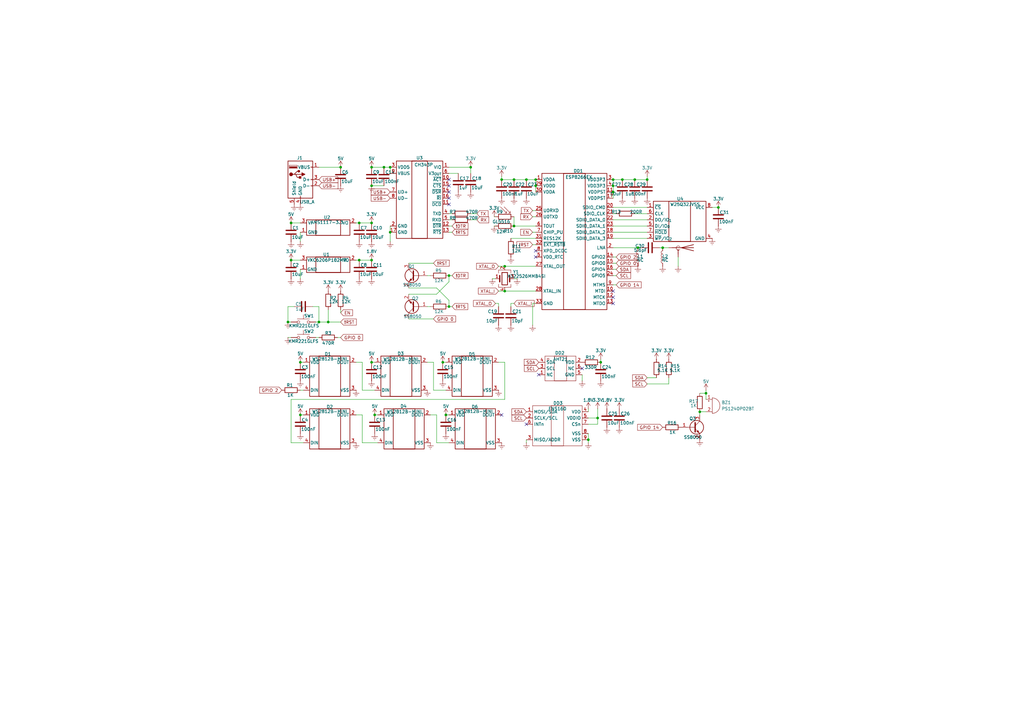
<source format=kicad_sch>
(kicad_sch (version 20250114) (generator "eeschema") (generator_version "9.0")
  (paper "A3")
  (junction (at 215.9 73.66))
  (junction (at 241.3 180.34))
  (junction (at 255.27 73.66))
  (junction (at 147.32 91.44))
  (junction (at 130.81 132.08))
  (junction (at 147.32 106.68))
  (junction (at 139.7 68.58))
  (junction (at 245.11 171.45))
  (junction (at 160.02 68.58))
  (junction (at 152.4 76.2))
  (junction (at 219.71 76.2))
  (junction (at 289.56 161.29))
  (junction (at 157.48 68.58))
  (junction (at 182.88 170.18))
  (junction (at 219.71 73.66))
  (junction (at 119.38 91.44))
  (junction (at 251.46 76.2))
  (junction (at 210.82 73.66))
  (junction (at 123.19 170.18))
  (junction (at 184.15 113.03))
  (junction (at 287.02 168.91))
  (junction (at 119.38 106.68))
  (junction (at 251.46 73.66))
  (junction (at 271.78 101.6))
  (junction (at 193.04 68.58))
  (junction (at 207.01 109.22))
  (junction (at 160.02 95.25))
  (junction (at 152.4 68.58))
  (junction (at 251.46 78.74))
  (junction (at 205.74 73.66))
  (junction (at 152.4 91.44))
  (junction (at 152.4 148.59))
  (junction (at 294.64 85.09))
  (junction (at 181.61 148.59))
  (junction (at 153.67 170.18))
  (junction (at 152.4 106.68))
  (junction (at 123.19 148.59))
  (junction (at 184.15 125.73))
  (junction (at 118.11 132.08))
  (junction (at 207.01 119.38))
  (junction (at 246.38 148.59))
  (junction (at 260.35 73.66))
  (junction (at 261.62 101.6))
  (junction (at 134.62 132.08))
  (junction (at 265.43 73.66))
  (junction (at 210.82 92.71))
  (no_connect (at 219.71 105.41))
  (no_connect (at 184.15 73.66))
  (no_connect (at 251.46 119.38))
  (no_connect (at 215.9 173.99))
  (no_connect (at 251.46 124.46))
  (no_connect (at 205.74 170.18))
  (no_connect (at 219.71 102.87))
  (no_connect (at 184.15 76.2))
  (no_connect (at 238.76 151.13))
  (no_connect (at 251.46 121.92))
  (no_connect (at 184.15 83.82))
  (no_connect (at 184.15 78.74))
  (no_connect (at 184.15 81.28))
  (no_connect (at 220.98 153.67))
  (wire (pts (xy 209.55 124.46) (xy 210.82 124.46)))
  (wire (pts (xy 147.32 106.68) (xy 152.4 106.68)))
  (wire (pts (xy 179.07 118.11) (xy 184.15 123.19)))
  (wire (pts (xy 123.19 95.25) (xy 123.19 99.06)))
  (wire (pts (xy 193.04 87.63) (xy 195.58 87.63)))
  (wire (pts (xy 184.15 113.03) (xy 185.42 113.03)))
  (wire (pts (xy 147.32 106.68) (xy 146.05 106.68)))
  (wire (pts (xy 207.01 109.22) (xy 219.71 109.22)))
  (wire (pts (xy 241.3 177.8) (xy 241.3 180.34)))
  (wire (pts (xy 292.1 85.09) (xy 294.64 85.09)))
  (wire (pts (xy 130.81 138.43) (xy 129.54 138.43)))
  (wire (pts (xy 245.11 173.99) (xy 245.11 171.45)))
  (wire (pts (xy 153.67 170.18) (xy 154.94 170.18)))
  (wire (pts (xy 148.59 181.61) (xy 154.94 181.61)))
  (wire (pts (xy 218.44 100.33) (xy 219.71 100.33)))
  (wire (pts (xy 185.42 95.25) (xy 184.15 95.25)))
  (wire (pts (xy 157.48 68.58) (xy 160.02 68.58)))
  (wire (pts (xy 219.71 73.66) (xy 219.71 76.2)))
  (wire (pts (xy 184.15 68.58) (xy 193.04 68.58)))
  (wire (pts (xy 252.73 110.49) (xy 251.46 110.49)))
  (wire (pts (xy 119.38 106.68) (xy 123.19 106.68)))
  (wire (pts (xy 118.11 125.73) (xy 118.11 132.08)))
  (wire (pts (xy 184.15 71.12) (xy 187.96 71.12)))
  (wire (pts (xy 146.05 148.59) (xy 148.59 148.59)))
  (wire (pts (xy 123.19 160.02) (xy 124.46 160.02)))
  (wire (pts (xy 251.46 95.25) (xy 265.43 95.25)))
  (wire (pts (xy 289.56 160.02) (xy 289.56 161.29)))
  (wire (pts (xy 218.44 124.46) (xy 218.44 133.35)))
  (wire (pts (xy 209.55 124.46) (xy 209.55 125.73)))
  (wire (pts (xy 251.46 90.17) (xy 265.43 90.17)))
  (wire (pts (xy 130.81 68.58) (xy 139.7 68.58)))
  (wire (pts (xy 215.9 73.66) (xy 219.71 73.66)))
  (wire (pts (xy 287.02 170.18) (xy 287.02 168.91)))
  (wire (pts (xy 204.47 119.38) (xy 207.01 119.38)))
  (wire (pts (xy 251.46 101.6) (xy 261.62 101.6)))
  (wire (pts (xy 262.89 101.6) (xy 261.62 101.6)))
  (wire (pts (xy 120.65 125.73) (xy 118.11 125.73)))
  (wire (pts (xy 218.44 88.9) (xy 219.71 88.9)))
  (wire (pts (xy 207.01 148.59) (xy 204.47 148.59)))
  (wire (pts (xy 241.3 173.99) (xy 245.11 173.99)))
  (wire (pts (xy 215.9 180.34) (xy 215.9 181.61)))
  (wire (pts (xy 245.11 171.45) (xy 241.3 171.45)))
  (wire (pts (xy 287.02 168.91) (xy 289.56 168.91)))
  (wire (pts (xy 202.692 88.9) (xy 203.2 88.9)))
  (wire (pts (xy 184.15 125.73) (xy 185.42 125.73)))
  (wire (pts (xy 193.04 90.17) (xy 195.58 90.17)))
  (wire (pts (xy 134.62 132.08) (xy 130.81 132.08)))
  (wire (pts (xy 265.43 73.66) (xy 260.35 73.66)))
  (wire (pts (xy 146.05 170.18) (xy 148.59 170.18)))
  (wire (pts (xy 179.07 170.18) (xy 179.07 181.61)))
  (wire (pts (xy 218.44 86.36) (xy 219.71 86.36)))
  (wire (pts (xy 260.35 73.66) (xy 255.27 73.66)))
  (wire (pts (xy 185.42 87.63) (xy 184.15 87.63)))
  (wire (pts (xy 177.8 148.59) (xy 177.8 160.02)))
  (wire (pts (xy 252.73 107.95) (xy 251.46 107.95)))
  (wire (pts (xy 289.56 161.29) (xy 289.56 163.83)))
  (wire (pts (xy 123.19 148.59) (xy 124.46 148.59)))
  (wire (pts (xy 119.38 163.83) (xy 207.01 163.83)))
  (wire (pts (xy 124.46 181.61) (xy 119.38 181.61)))
  (wire (pts (xy 210.82 88.9) (xy 210.82 92.71)))
  (wire (pts (xy 184.15 123.19) (xy 184.15 125.73)))
  (wire (pts (xy 209.55 97.79) (xy 219.71 97.79)))
  (wire (pts (xy 202.692 92.71) (xy 203.2 92.71)))
  (wire (pts (xy 118.11 138.43) (xy 119.38 138.43)))
  (wire (pts (xy 179.07 120.65) (xy 184.15 115.57)))
  (wire (pts (xy 182.88 170.18) (xy 184.15 170.18)))
  (wire (pts (xy 175.26 125.73) (xy 176.53 125.73)))
  (wire (pts (xy 148.59 170.18) (xy 148.59 181.61)))
  (wire (pts (xy 148.59 160.02) (xy 153.67 160.02)))
  (wire (pts (xy 251.46 73.66) (xy 255.27 73.66)))
  (wire (pts (xy 271.78 101.6) (xy 274.32 101.6)))
  (wire (pts (xy 238.76 156.21) (xy 238.76 153.67)))
  (wire (pts (xy 204.47 124.46) (xy 203.2 124.46)))
  (wire (pts (xy 152.4 76.2) (xy 157.48 76.2)))
  (wire (pts (xy 219.71 76.2) (xy 219.71 78.74)))
  (wire (pts (xy 278.13 105.41) (xy 278.13 109.22)))
  (wire (pts (xy 177.8 130.81) (xy 167.64 130.81)))
  (wire (pts (xy 251.46 81.28) (xy 251.46 78.74)))
  (wire (pts (xy 160.02 95.25) (xy 160.02 99.06)))
  (wire (pts (xy 252.73 116.84) (xy 251.46 116.84)))
  (wire (pts (xy 219.71 124.46) (xy 218.44 124.46)))
  (wire (pts (xy 252.73 105.41) (xy 251.46 105.41)))
  (wire (pts (xy 139.7 138.43) (xy 138.43 138.43)))
  (wire (pts (xy 246.38 147.32) (xy 246.38 148.59)))
  (wire (pts (xy 160.02 68.58) (xy 160.02 71.12)))
  (wire (pts (xy 251.46 85.09) (xy 265.43 85.09)))
  (wire (pts (xy 260.35 87.63) (xy 265.43 87.63)))
  (wire (pts (xy 119.38 181.61) (xy 119.38 163.83)))
  (wire (pts (xy 167.64 120.65) (xy 179.07 120.65)))
  (wire (pts (xy 185.42 92.71) (xy 184.15 92.71)))
  (wire (pts (xy 271.78 101.6) (xy 270.51 101.6)))
  (wire (pts (xy 134.62 127) (xy 134.62 132.08)))
  (wire (pts (xy 205.74 72.39) (xy 205.74 73.66)))
  (wire (pts (xy 147.32 91.44) (xy 146.05 91.44)))
  (wire (pts (xy 176.53 170.18) (xy 179.07 170.18)))
  (wire (pts (xy 139.7 127) (xy 139.7 128.27)))
  (wire (pts (xy 148.59 148.59) (xy 148.59 160.02)))
  (wire (pts (xy 184.15 113.03) (xy 184.15 115.57)))
  (wire (pts (xy 251.46 76.2) (xy 251.46 73.66)))
  (wire (pts (xy 152.4 148.59) (xy 153.67 148.59)))
  (wire (pts (xy 251.46 97.79) (xy 265.43 97.79)))
  (wire (pts (xy 204.47 124.46) (xy 204.47 125.73)))
  (wire (pts (xy 252.73 87.63) (xy 251.46 87.63)))
  (wire (pts (xy 119.38 91.44) (xy 123.19 91.44)))
  (wire (pts (xy 179.07 181.61) (xy 184.15 181.61)))
  (wire (pts (xy 177.8 160.02) (xy 182.88 160.02)))
  (wire (pts (xy 218.44 95.25) (xy 219.71 95.25)))
  (wire (pts (xy 265.43 154.94) (xy 269.24 154.94)))
  (wire (pts (xy 175.26 113.03) (xy 176.53 113.03)))
  (wire (pts (xy 175.26 148.59) (xy 177.8 148.59)))
  (wire (pts (xy 147.32 91.44) (xy 152.4 91.44)))
  (wire (pts (xy 193.04 71.12) (xy 193.04 68.58)))
  (wire (pts (xy 167.64 118.11) (xy 179.07 118.11)))
  (wire (pts (xy 130.81 132.08) (xy 129.54 132.08)))
  (wire (pts (xy 251.46 92.71) (xy 265.43 92.71)))
  (wire (pts (xy 265.43 157.48) (xy 274.32 157.48)))
  (wire (pts (xy 118.11 132.08) (xy 119.38 132.08)))
  (wire (pts (xy 289.56 161.29) (xy 287.02 161.29)))
  (wire (pts (xy 265.43 72.39) (xy 265.43 73.66)))
  (wire (pts (xy 212.09 114.3) (xy 210.82 114.3)))
  (wire (pts (xy 207.01 163.83) (xy 207.01 148.59)))
  (wire (pts (xy 160.02 92.71) (xy 160.02 95.25)))
  (wire (pts (xy 177.8 107.95) (xy 167.64 107.95)))
  (wire (pts (xy 241.3 167.64) (xy 241.3 168.91)))
  (wire (pts (xy 210.82 92.71) (xy 219.71 92.71)))
  (wire (pts (xy 241.3 180.34) (xy 241.3 181.61)))
  (wire (pts (xy 152.4 68.58) (xy 157.48 68.58)))
  (wire (pts (xy 251.46 78.74) (xy 251.46 76.2)))
  (wire (pts (xy 252.73 113.03) (xy 251.46 113.03)))
  (wire (pts (xy 139.7 132.08) (xy 134.62 132.08)))
  (wire (pts (xy 128.27 125.73) (xy 130.81 125.73)))
  (wire (pts (xy 204.47 109.22) (xy 207.01 109.22)))
  (wire (pts (xy 201.93 114.3) (xy 203.2 114.3)))
  (wire (pts (xy 123.19 170.18) (xy 124.46 170.18)))
  (wire (pts (xy 205.74 73.66) (xy 210.82 73.66)))
  (wire (pts (xy 245.11 167.64) (xy 245.11 171.45)))
  (wire (pts (xy 210.82 73.66) (xy 215.9 73.66)))
  (wire (pts (xy 207.01 119.38) (xy 219.71 119.38)))
  (wire (pts (xy 274.32 154.94) (xy 274.32 157.48)))
  (wire (pts (xy 123.19 110.49) (xy 123.19 114.3)))
  (wire (pts (xy 130.81 125.73) (xy 130.81 132.08)))
  (wire (pts (xy 181.61 148.59) (xy 182.88 148.59)))
  (wire (pts (xy 184.15 90.17) (xy 185.42 90.17)))
  (global_label "!RTS" (shape input) (at 185.42 125.73 0) (property "Intersheetrefs" "${INTERSHEET_REFS}" (effects (hide yes))))
  (global_label "XTAL_O" (shape input) (at 203.2 124.46 180) (property "Intersheetrefs" "${INTERSHEET_REFS}" (effects (hide yes))))
  (global_label "!DTR" (shape input) (at 185.42 92.71 0) (property "Intersheetrefs" "${INTERSHEET_REFS}" (effects (hide yes))))
  (global_label "SCL" (shape input) (at 252.73 113.03 0) (property "Intersheetrefs" "${INTERSHEET_REFS}" (effects (hide yes))))
  (global_label "USB-" (shape input) (at 130.81 76.2 0) (property "Intersheetrefs" "${INTERSHEET_REFS}" (effects (hide yes))))
  (global_label "GPIO 2" (shape input) (at 115.57 160.02 180) (property "Intersheetrefs" "${INTERSHEET_REFS}" (effects (hide yes))))
  (global_label "TX" (shape input) (at 195.58 87.63 0) (property "Intersheetrefs" "${INTERSHEET_REFS}" (effects (hide yes))))
  (global_label "SDA" (shape input) (at 265.43 154.94 180) (property "Intersheetrefs" "${INTERSHEET_REFS}" (effects (hide yes))))
  (global_label "SCL" (shape input) (at 220.98 151.13 180) (property "Intersheetrefs" "${INTERSHEET_REFS}" (effects (hide yes))))
  (global_label "USB-" (shape input) (at 160.02 81.28 180) (property "Intersheetrefs" "${INTERSHEET_REFS}" (effects (hide yes))))
  (global_label "SDA" (shape input) (at 252.73 110.49 0) (property "Intersheetrefs" "${INTERSHEET_REFS}" (effects (hide yes))))
  (global_label "XTAL_O" (shape input) (at 204.47 109.22 180) (property "Intersheetrefs" "${INTERSHEET_REFS}" (effects (hide yes))))
  (global_label "GPIO 14" (shape input) (at 271.78 175.26 180) (property "Intersheetrefs" "${INTERSHEET_REFS}" (effects (hide yes))))
  (global_label "GPIO 0" (shape input) (at 139.7 138.43 0) (property "Intersheetrefs" "${INTERSHEET_REFS}" (effects (hide yes))))
  (global_label "GPIO 14" (shape input) (at 252.73 116.84 0) (property "Intersheetrefs" "${INTERSHEET_REFS}" (effects (hide yes))))
  (global_label "SCL" (shape input) (at 265.43 157.48 180) (property "Intersheetrefs" "${INTERSHEET_REFS}" (effects (hide yes))))
  (global_label "EN" (shape input) (at 139.7 128.27 0) (property "Intersheetrefs" "${INTERSHEET_REFS}" (effects (hide yes))))
  (global_label "USB+" (shape input) (at 160.02 78.74 180) (property "Intersheetrefs" "${INTERSHEET_REFS}" (effects (hide yes))))
  (global_label "SDA" (shape input) (at 215.9 168.91 180) (property "Intersheetrefs" "${INTERSHEET_REFS}" (effects (hide yes))))
  (global_label "TX" (shape input) (at 218.44 86.36 180) (property "Intersheetrefs" "${INTERSHEET_REFS}" (effects (hide yes))))
  (global_label "SDA" (shape input) (at 220.98 148.59 180) (property "Intersheetrefs" "${INTERSHEET_REFS}" (effects (hide yes))))
  (global_label "GPIO 2" (shape input) (at 252.73 105.41 0) (property "Intersheetrefs" "${INTERSHEET_REFS}" (effects (hide yes))))
  (global_label "XTAL_I" (shape input) (at 210.82 124.46 0) (property "Intersheetrefs" "${INTERSHEET_REFS}" (effects (hide yes))))
  (global_label "!RST" (shape input) (at 139.7 132.08 0) (property "Intersheetrefs" "${INTERSHEET_REFS}" (effects (hide yes))))
  (global_label "!RTS" (shape input) (at 185.42 95.25 0) (property "Intersheetrefs" "${INTERSHEET_REFS}" (effects (hide yes))))
  (global_label "!DTR" (shape input) (at 185.42 113.03 0) (property "Intersheetrefs" "${INTERSHEET_REFS}" (effects (hide yes))))
  (global_label "USB+" (shape input) (at 130.81 73.66 0) (property "Intersheetrefs" "${INTERSHEET_REFS}" (effects (hide yes))))
  (global_label "GPIO 0" (shape input) (at 177.8 130.81 0) (property "Intersheetrefs" "${INTERSHEET_REFS}" (effects (hide yes))))
  (global_label "!RST" (shape input) (at 218.44 100.33 180) (property "Intersheetrefs" "${INTERSHEET_REFS}" (effects (hide yes))))
  (global_label "SCL" (shape input) (at 215.9 171.45 180) (property "Intersheetrefs" "${INTERSHEET_REFS}" (effects (hide yes))))
  (global_label "XTAL_I" (shape input) (at 204.47 119.38 180) (property "Intersheetrefs" "${INTERSHEET_REFS}" (effects (hide yes))))
  (global_label "!RST" (shape input) (at 177.8 107.95 0) (property "Intersheetrefs" "${INTERSHEET_REFS}" (effects (hide yes))))
  (global_label "EN" (shape input) (at 218.44 95.25 180) (property "Intersheetrefs" "${INTERSHEET_REFS}" (effects (hide yes))))
  (global_label "RX" (shape input) (at 218.44 88.9 180) (property "Intersheetrefs" "${INTERSHEET_REFS}" (effects (hide yes))))
  (global_label "GPIO 0" (shape input) (at 252.73 107.95 0) (property "Intersheetrefs" "${INTERSHEET_REFS}" (effects (hide yes))))
  (global_label "RX" (shape input) (at 195.58 90.17 0) (property "Intersheetrefs" "${INTERSHEET_REFS}" (effects (hide yes))))
  (symbol (lib_id "Device:R") (at 189.23 87.63 90) (unit 1)
    (property "Reference" "R7" (at 185.674 86.868 90))
    (property "Value" "470R" (at 193.548 86.868 90))
    (property "Footprint" "PCM_Resistor_SMD_AKL:R_0402_1005Metric" (effects (hide yes)))
    (property "Description" "Resistor" (effects (hide yes)))
  )
  (symbol (lib_id "Device:R") (at 180.34 113.03 90) (unit 1)
    (property "Reference" "R5" (at 179.832 110.998 90))
    (property "Value" "12K" (at 180.086 115.062 90))
    (property "Footprint" "PCM_Resistor_SMD_AKL:R_0402_1005Metric" (effects (hide yes)))
    (property "Description" "Resistor" (effects (hide yes)))
  )
  (symbol (lib_id "power:+3.3V") (at 152.4 91.44 0) (unit 1)
    (property "Reference" "#PWR025" (effects (hide yes)))
    (property "Value" "3.3V" (at 152.4 87.884 0))
    (property "Description" "Power symbol creates a global label with name \"+3.3V\"" (effects (hide yes)))
  )
  (symbol (lib_id "Device:C") (at 123.19 173.99 0) (unit 1)
    (property "Reference" "C4" (at 123.698 172.212 0) (effects (justify left)))
    (property "Value" "100nF" (at 123.444 176.022 0) (effects (justify left)))
    (property "Footprint" "Capacitor_SMD:C_0402_1005Metric" (effects (hide yes)))
    (property "Description" "Unpolarized capacitor" (effects (hide yes)))
  )
  (symbol (lib_id "Device:C") (at 147.32 95.25 0) (unit 1)
    (property "Reference" "C7" (at 147.828 93.472 0) (effects (justify left)))
    (property "Value" "10uF" (at 147.574 97.282 0) (effects (justify left)))
    (property "Footprint" "Capacitor_SMD:C_0402_1005Metric" (effects (hide yes)))
    (property "Description" "Unpolarized capacitor" (effects (hide yes)))
  )
  (symbol (lib_id "power:+3.3V") (at 152.4 106.68 0) (unit 1)
    (property "Reference" "#PWR027" (effects (hide yes)))
    (property "Value" "1.8V" (at 152.4 103.124 0))
    (property "Description" "Power symbol creates a global label with name \"+3.3V\"" (effects (hide yes)))
  )
  (symbol (lib_id "Device:C") (at 153.67 173.99 0) (unit 1)
    (property "Reference" "C13" (at 154.178 172.212 0) (effects (justify left)))
    (property "Value" "100nF" (at 153.924 176.022 0) (effects (justify left)))
    (property "Footprint" "Capacitor_SMD:C_0402_1005Metric" (effects (hide yes)))
    (property "Description" "Unpolarized capacitor" (effects (hide yes)))
  )
  (symbol (lib_id "Switch:SW_Push") (at 124.46 138.43 0) (unit 1)
    (property "Reference" "SW2" (at 126.746 135.89 0))
    (property "Value" "KMR221GLFS" (at 124.46 139.954 0))
    (property "Footprint" "Button_Switch_SMD:SW_SPST_PTS810" (effects (hide yes)))
    (property "Description" "Push button switch, generic, two pins" (effects (hide yes)))
  )
  (symbol (lib_name "WS2812B_1") (lib_id "LED:WS2812B") (at 133.35 153.67 0) (unit 1)
    (property "Reference" "D1" (at 134.4674 145.1963 0))
    (property "Value" "WS2812B-MINI" (at 135.2072 147.1904 0))
    (property "Footprint" "LED_SMD:LED_WS2812B-Mini_PLCC4_3.5x3.5mm" (effects (hide yes)))
    (property "Datasheet" "https://cdn-shop.adafruit.com/datasheets/WS2812B.pdf" (effects (hide yes)))
    (property "Description" "RGB LED with integrated controller" (effects (hide yes)))
  )
  (symbol (lib_id "power:+3.3V") (at 152.4 68.58 0) (unit 1)
    (property "Reference" "#PWR023" (effects (hide yes)))
    (property "Value" "5V" (at 152.4 65.024 0))
    (property "Description" "Power symbol creates a global label with name \"+3.3V\"" (effects (hide yes)))
  )
  (symbol (lib_id "power:+3.3V") (at 246.38 147.32 0) (unit 1)
    (property "Reference" "#PWR062" (effects (hide yes)))
    (property "Value" "3.3V" (at 246.38 143.764 0))
    (property "Description" "Power symbol creates a global label with name \"+3.3V\"" (effects (hide yes)))
  )
  (symbol (lib_id "Device:C") (at 187.96 74.93 0) (unit 1)
    (property "Reference" "C17" (at 188.468 73.152 0) (effects (justify left)))
    (property "Value" "1uF" (at 188.214 76.962 0) (effects (justify left)))
    (property "Footprint" "Capacitor_SMD:C_0402_1005Metric" (effects (hide yes)))
    (property "Description" "Unpolarized capacitor" (effects (hide yes)))
  )
  (symbol (lib_id "Device:R") (at 189.23 90.17 90) (unit 1)
    (property "Reference" "R8" (at 185.674 89.408 90))
    (property "Value" "470R" (at 193.548 89.408 90))
    (property "Footprint" "PCM_Resistor_SMD_AKL:R_0402_1005Metric" (effects (hide yes)))
    (property "Description" "Resistor" (effects (hide yes)))
  )
  (symbol (lib_id "power:Earth") (at 261.62 109.22 0) (unit 1)
    (property "Reference" "#PWR070" (effects (hide yes)))
    (property "Value" "Earth" (effects (hide yes)))
    (property "Description" "Power symbol creates a global label with name \"Earth\"" (effects (hide yes)))
  )
  (symbol (lib_id "Device:C") (at 266.7 101.6 90) (unit 1)
    (property "Reference" "C30" (at 264.414 100.838 90) (effects (justify left)))
    (property "Value" "5.6pF" (at 265.43 102.616 90) (effects (justify left)))
    (property "Footprint" "Capacitor_SMD:C_0201_0603Metric" (effects (hide yes)))
    (property "Description" "Unpolarized capacitor" (effects (hide yes)))
  )
  (symbol (lib_id "power:Earth") (at 238.76 156.21 0) (unit 1)
    (property "Reference" "#PWR058" (effects (hide yes)))
    (property "Value" "Earth" (effects (hide yes)))
    (property "Description" "Power symbol creates a global label with name \"Earth\"" (effects (hide yes)))
  )
  (symbol (lib_id "power:Earth") (at 123.19 83.82 0) (unit 1)
    (property "Reference" "#PWR08" (effects (hide yes)))
    (property "Value" "Earth" (effects (hide yes)))
    (property "Description" "Power symbol creates a global label with name \"Earth\"" (effects (hide yes)))
  )
  (symbol (lib_id "power:Earth") (at 215.9 81.28 0) (unit 1)
    (property "Reference" "#PWR055" (effects (hide yes)))
    (property "Value" "Earth" (effects (hide yes)))
    (property "Description" "Power symbol creates a global label with name \"Earth\"" (effects (hide yes)))
  )
  (symbol (lib_id "Device:C") (at 254 171.45 0) (unit 1)
    (property "Reference" "C26" (at 254.508 169.672 0) (effects (justify left)))
    (property "Value" "100nF" (at 254.254 173.482 0) (effects (justify left)))
    (property "Footprint" "Capacitor_SMD:C_0402_1005Metric" (effects (hide yes)))
    (property "Description" "Unpolarized capacitor" (effects (hide yes)))
  )
  (symbol (lib_id "power:Earth") (at 204.47 160.02 0) (unit 1)
    (property "Reference" "#PWR047" (effects (hide yes)))
    (property "Value" "Earth" (effects (hide yes)))
    (property "Description" "Power symbol creates a global label with name \"Earth\"" (effects (hide yes)))
  )
  (symbol (lib_id "power:Earth") (at 193.04 78.74 0) (unit 1)
    (property "Reference" "#PWR042" (effects (hide yes)))
    (property "Value" "Earth" (effects (hide yes)))
    (property "Description" "Power symbol creates a global label with name \"Earth\"" (effects (hide yes)))
  )
  (symbol (lib_id "power:Earth") (at 153.67 177.8 0) (unit 1)
    (property "Reference" "#PWR032" (effects (hide yes)))
    (property "Value" "Earth" (effects (hide yes)))
    (property "Description" "Power symbol creates a global label with name \"Earth\"" (effects (hide yes)))
  )
  (symbol (lib_id "Device:R") (at 139.7 123.19 180) (unit 1)
    (property "Reference" "R4" (at 141.732 122.174 0))
    (property "Value" "12K" (at 141.986 123.698 0))
    (property "Footprint" "PCM_Resistor_SMD_AKL:R_0402_1005Metric" (effects (hide yes)))
    (property "Description" "Resistor" (effects (hide yes)))
  )
  (symbol (lib_id "Device:R") (at 274.32 151.13 180) (unit 1)
    (property "Reference" "R15" (at 276.86 150.114 0))
    (property "Value" "5.1K" (at 276.86 151.892 0))
    (property "Footprint" "PCM_Resistor_SMD_AKL:R_0402_1005Metric" (effects (hide yes)))
    (property "Description" "Resistor" (effects (hide yes)))
  )
  (symbol (lib_id "AHT21:AHT21") (at 229.87 151.13 0) (unit 1)
    (property "Reference" "DD2" (at 229.616 144.78 0))
    (property "Value" "AHT21" (at 229.87 147.32 0))
    (property "Footprint" "AHT21:AHT21" (effects (hide yes)))
    (property "Datasheet" "https://atta.szlcsc.com/upload/public/pdf/source/20210416/C2827328_0E7E1F5A52E8C31F9EEA54660EEC8C04.pdf" (effects (hide yes)))
    (property "Manufacturer Part" "AHT21" (effects (hide yes)))
    (property "Manufacturer" "广州奥松" (effects (hide yes)))
    (property "Supplier Part" "C2827328" (effects (hide yes)))
    (property "Supplier" "LCSC" (effects (hide yes)))
    (property "LCSC Part Name" "AHT21" (effects (hide yes)))
  )
  (symbol (lib_id "Device:C") (at 152.4 72.39 0) (unit 1)
    (property "Reference" "C9" (at 152.908 70.612 0) (effects (justify left)))
    (property "Value" "10uF" (at 152.654 74.422 0) (effects (justify left)))
    (property "Footprint" "Capacitor_SMD:C_0402_1005Metric" (effects (hide yes)))
    (property "Description" "Unpolarized capacitor" (effects (hide yes)))
  )
  (symbol (lib_id "power:Earth") (at 152.4 114.3 0) (unit 1)
    (property "Reference" "#PWR028" (effects (hide yes)))
    (property "Value" "Earth" (effects (hide yes)))
    (property "Description" "Power symbol creates a global label with name \"Earth\"" (effects (hide yes)))
  )
  (symbol (lib_id "Device:C") (at 209.55 129.54 0) (unit 1)
    (property "Reference" "C21" (at 210.058 127.762 0) (effects (justify left)))
    (property "Value" "10pF" (at 209.804 131.572 0) (effects (justify left)))
    (property "Footprint" "Capacitor_SMD:C_0402_1005Metric" (effects (hide yes)))
    (property "Description" "Unpolarized capacitor" (effects (hide yes)))
  )
  (symbol (lib_id "power:Earth") (at 175.26 160.02 0) (unit 1)
    (property "Reference" "#PWR034" (effects (hide yes)))
    (property "Value" "Earth" (effects (hide yes)))
    (property "Description" "Power symbol creates a global label with name \"Earth\"" (effects (hide yes)))
  )
  (symbol (lib_id "power:+3.3V") (at 181.61 148.59 0) (unit 1)
    (property "Reference" "#PWR036" (effects (hide yes)))
    (property "Value" "5V" (at 181.61 145.034 0))
    (property "Description" "Power symbol creates a global label with name \"+3.3V\"" (effects (hide yes)))
  )
  (symbol (lib_name "WS2812B_4") (lib_id "LED:WS2812B") (at 133.35 175.26 0) (unit 1)
    (property "Reference" "D2" (at 135.2499 166.8388 0))
    (property "Value" "WS2812B-MINI" (at 135.2116 168.7554 0))
    (property "Footprint" "LED_SMD:LED_WS2812B-Mini_PLCC4_3.5x3.5mm" (effects (hide yes)))
    (property "Datasheet" "https://cdn-shop.adafruit.com/datasheets/WS2812B.pdf" (effects (hide yes)))
    (property "Description" "RGB LED with integrated controller" (effects (hide yes)))
  )
  (symbol (lib_name "WS2812B_5") (lib_id "LED:WS2812B") (at 163.83 175.26 0) (unit 1)
    (property "Reference" "D4" (at 165.5162 166.5942 0))
    (property "Value" "WS2812B-MINI" (at 165.7699 168.8417 0))
    (property "Footprint" "LED_SMD:LED_WS2812B-Mini_PLCC4_3.5x3.5mm" (effects (hide yes)))
    (property "Datasheet" "https://cdn-shop.adafruit.com/datasheets/WS2812B.pdf" (effects (hide yes)))
    (property "Description" "RGB LED with integrated controller" (effects (hide yes)))
  )
  (symbol (lib_id "Device:R") (at 256.54 87.63 90) (unit 1)
    (property "Reference" "R13" (at 252.73 86.868 90))
    (property "Value" "200R" (at 260.858 86.868 90))
    (property "Footprint" "PCM_Resistor_SMD_AKL:R_0402_1005Metric" (effects (hide yes)))
    (property "Description" "Resistor" (effects (hide yes)))
  )
  (symbol (lib_id "power:+3.3V") (at 123.19 148.59 0) (unit 1)
    (property "Reference" "#PWR011" (effects (hide yes)))
    (property "Value" "5V" (at 123.19 145.034 0))
    (property "Description" "Power symbol creates a global label with name \"+3.3V\"" (effects (hide yes)))
  )
  (symbol (lib_id "power:Earth") (at 187.96 78.74 0) (unit 1)
    (property "Reference" "#PWR040" (effects (hide yes)))
    (property "Value" "Earth" (effects (hide yes)))
    (property "Description" "Power symbol creates a global label with name \"Earth\"" (effects (hide yes)))
  )
  (symbol (lib_id "power:Earth") (at 287.02 180.34 0) (unit 1)
    (property "Reference" "#PWR077" (effects (hide yes)))
    (property "Value" "Earth" (effects (hide yes)))
    (property "Description" "Power symbol creates a global label with name \"Earth\"" (effects (hide yes)))
  )
  (symbol (lib_id "power:Earth") (at 147.32 99.06 0) (unit 1)
    (property "Reference" "#PWR021" (effects (hide yes)))
    (property "Value" "Earth" (effects (hide yes)))
    (property "Description" "Power symbol creates a global label with name \"Earth\"" (effects (hide yes)))
  )
  (symbol (lib_id "Device:C") (at 123.19 152.4 0) (unit 1)
    (property "Reference" "C3" (at 123.698 150.622 0) (effects (justify left)))
    (property "Value" "100nF" (at 123.444 154.432 0) (effects (justify left)))
    (property "Footprint" "Capacitor_SMD:C_0402_1005Metric" (effects (hide yes)))
    (property "Description" "Unpolarized capacitor" (effects (hide yes)))
  )
  (symbol (lib_id "power:Earth") (at 260.35 81.28 0) (mirror y) (unit 1)
    (property "Reference" "#PWR069" (effects (hide yes)))
    (property "Value" "Earth" (effects (hide yes)))
    (property "Description" "Power symbol creates a global label with name \"Earth\"" (effects (hide yes)))
  )
  (symbol (lib_id "Regulator_Linear:XC6206PxxxMR") (at 132.08 107.95 0) (unit 1)
    (property "Reference" "U1" (at 133.858 104.394 0))
    (property "Value" "XC6206P182MR" (at 134.62 106.68 0))
    (property "Footprint" "Package_TO_SOT_SMD:SOT-23-3" (effects (hide yes)))
    (property "Datasheet" "https://www.torexsemi.com/file/xc6206/XC6206.pdf" (effects (hide yes)))
    (property "Description" "Positive 60-250mA Low Dropout Regulator, Fixed Output, SOT-23" (effects (hide yes)))
  )
  (symbol (lib_id "Device:C") (at 147.32 110.49 0) (unit 1)
    (property "Reference" "C8" (at 147.828 108.712 0) (effects (justify left)))
    (property "Value" "10uF" (at 147.574 112.522 0) (effects (justify left)))
    (property "Footprint" "Capacitor_SMD:C_0402_1005Metric" (effects (hide yes)))
    (property "Description" "Unpolarized capacitor" (effects (hide yes)))
  )
  (symbol (lib_id "Device:C") (at 152.4 152.4 0) (unit 1)
    (property "Reference" "C12" (at 152.908 150.622 0) (effects (justify left)))
    (property "Value" "100nF" (at 152.654 154.432 0) (effects (justify left)))
    (property "Footprint" "Capacitor_SMD:C_0402_1005Metric" (effects (hide yes)))
    (property "Description" "Unpolarized capacitor" (effects (hide yes)))
  )
  (symbol (lib_id "power:+3.3V") (at 152.4 148.59 0) (unit 1)
    (property "Reference" "#PWR029" (effects (hide yes)))
    (property "Value" "5V" (at 152.4 145.034 0))
    (property "Description" "Power symbol creates a global label with name \"+3.3V\"" (effects (hide yes)))
  )
  (symbol (lib_id "Device:R") (at 275.59 175.26 270) (unit 1)
    (property "Reference" "R16" (at 275.59 173.482 90))
    (property "Value" "1K" (at 275.844 177.292 90))
    (property "Footprint" "PCM_Resistor_SMD_AKL:R_0402_1005Metric" (effects (hide yes)))
    (property "Description" "Resistor" (effects (hide yes)))
  )
  (symbol (lib_id "power:+3.3V") (at 202.692 88.9 0) (mirror y) (unit 1)
    (property "Reference" "#PWR044" (effects (hide yes)))
    (property "Value" "3.3V" (at 202.692 85.344 0))
    (property "Description" "Power symbol creates a global label with name \"+3.3V\"" (effects (hide yes)))
  )
  (symbol (lib_id "Device:C") (at 119.38 95.25 0) (unit 1)
    (property "Reference" "C1" (at 119.888 93.472 0) (effects (justify left)))
    (property "Value" "10uF" (at 119.634 97.282 0) (effects (justify left)))
    (property "Footprint" "Capacitor_SMD:C_0402_1005Metric" (effects (hide yes)))
    (property "Description" "Unpolarized capacitor" (effects (hide yes)))
  )
  (symbol (lib_id "power:Earth") (at 265.43 81.28 0) (mirror y) (unit 1)
    (property "Reference" "#PWR072" (effects (hide yes)))
    (property "Value" "Earth" (effects (hide yes)))
    (property "Description" "Power symbol creates a global label with name \"Earth\"" (effects (hide yes)))
  )
  (symbol (lib_id "Device:R") (at 134.62 123.19 180) (unit 1)
    (property "Reference" "R2" (at 136.652 122.174 0))
    (property "Value" "12K" (at 136.906 123.698 0))
    (property "Footprint" "PCM_Resistor_SMD_AKL:R_0402_1005Metric" (effects (hide yes)))
    (property "Description" "Resistor" (effects (hide yes)))
  )
  (symbol (lib_id "Device:C") (at 193.04 74.93 0) (unit 1)
    (property "Reference" "C18" (at 193.548 73.152 0) (effects (justify left)))
    (property "Value" "10uF" (at 193.294 76.962 0) (effects (justify left)))
    (property "Footprint" "Capacitor_SMD:C_0402_1005Metric" (effects (hide yes)))
    (property "Description" "Unpolarized capacitor" (effects (hide yes)))
  )
  (symbol (lib_id "LED:WS2812B") (at 193.04 175.26 0) (unit 1)
    (property "Reference" "D6" (at 194.7483 166.8388 0))
    (property "Value" "WS2812B-MINI" (at 194.9016 168.7171 0))
    (property "Footprint" "LED_SMD:LED_WS2812B-Mini_PLCC4_3.5x3.5mm" (effects (hide yes)))
    (property "Datasheet" "https://cdn-shop.adafruit.com/datasheets/WS2812B.pdf" (effects (hide yes)))
    (property "Description" "RGB LED with integrated controller" (effects (hide yes)))
  )
  (symbol (lib_id "power:+3.3V") (at 294.64 85.09 0) (unit 1)
    (property "Reference" "#PWR080" (effects (hide yes)))
    (property "Value" "3.3V" (at 294.64 81.534 0))
    (property "Description" "Power symbol creates a global label with name \"+3.3V\"" (effects (hide yes)))
  )
  (symbol (lib_id "Transistor_BJT:SS8050") (at 170.18 125.73 180) (unit 1)
    (property "Reference" "Q2" (at 171.704 122.428 0) (effects (justify left)))
    (property "Value" "SS8050" (at 172.974 129.794 0) (effects (justify left)))
    (property "Footprint" "Package_TO_SOT_SMD:SOT-23" (effects (hide yes)))
    (property "Datasheet" "http://www.secosgmbh.com/datasheet/products/SSMPTransistor/SOT-23/SS8050.pdf" (effects (hide yes)))
    (property "Description" "General Purpose NPN Transistor, 1.5A Ic, 25V Vce, SOT-23" (effects (hide yes)))
  )
  (symbol (lib_id "Device:Antenna_Shield") (at 279.4 101.6 270) (unit 1)
    (property "Reference" "AE1" (effects (hide yes)))
    (property "Value" "Antenna_Shield" (effects (hide yes)))
    (property "Footprint" "RF_Antenna:Texas_SWRA117D_2.4GHz_Left" (effects (hide yes)))
    (property "Description" "Antenna with extra pin for shielding" (effects (hide yes)))
  )
  (symbol (lib_name "WS2812B_3") (lib_id "LED:WS2812B") (at 191.77 153.67 0) (unit 1)
    (property "Reference" "D5" (at 193.548 145.288 0))
    (property "Value" "WS2812B-MINI" (at 193.6699 147.1271 0))
    (property "Footprint" "LED_SMD:LED_WS2812B-Mini_PLCC4_3.5x3.5mm" (effects (hide yes)))
    (property "Datasheet" "https://cdn-shop.adafruit.com/datasheets/WS2812B.pdf" (effects (hide yes)))
    (property "Description" "RGB LED with integrated controller" (effects (hide yes)))
  )
  (symbol (lib_id "Device:C") (at 204.47 129.54 0) (mirror y) (unit 1)
    (property "Reference" "C19" (at 203.962 127.762 0) (effects (justify left)))
    (property "Value" "10pF" (at 204.216 131.572 0) (effects (justify left)))
    (property "Footprint" "Capacitor_SMD:C_0402_1005Metric" (effects (hide yes)))
    (property "Description" "Unpolarized capacitor" (effects (hide yes)))
  )
  (symbol (lib_id "power:Earth") (at 119.38 99.06 0) (unit 1)
    (property "Reference" "#PWR04" (effects (hide yes)))
    (property "Value" "Earth" (effects (hide yes)))
    (property "Description" "Power symbol creates a global label with name \"Earth\"" (effects (hide yes)))
  )
  (symbol (lib_id "power:+3.3V") (at 134.62 119.38 0) (unit 1)
    (property "Reference" "#PWR015" (effects (hide yes)))
    (property "Value" "3.3V" (at 134.62 115.824 0))
    (property "Description" "Power symbol creates a global label with name \"+3.3V\"" (effects (hide yes)))
  )
  (symbol (lib_id "Device:C") (at 157.48 72.39 0) (unit 1)
    (property "Reference" "C14" (at 157.988 70.612 0) (effects (justify left)))
    (property "Value" "100nF" (at 157.734 74.422 0) (effects (justify left)))
    (property "Footprint" "Capacitor_SMD:C_0402_1005Metric" (effects (hide yes)))
    (property "Description" "Unpolarized capacitor" (effects (hide yes)))
  )
  (symbol (lib_id "Device:C") (at 210.82 77.47 0) (unit 1)
    (property "Reference" "C22" (at 211.328 75.692 0) (effects (justify left)))
    (property "Value" "1uF" (at 211.074 79.502 0) (effects (justify left)))
    (property "Footprint" "Capacitor_SMD:C_0402_1005Metric" (effects (hide yes)))
    (property "Description" "Unpolarized capacitor" (effects (hide yes)))
  )
  (symbol (lib_id "power:Earth") (at 152.4 76.2 0) (unit 1)
    (property "Reference" "#PWR024" (effects (hide yes)))
    (property "Value" "Earth" (effects (hide yes)))
    (property "Description" "Power symbol creates a global label with name \"Earth\"" (effects (hide yes)))
  )
  (symbol (lib_id "power:Earth") (at 210.82 81.28 0) (unit 1)
    (property "Reference" "#PWR053" (effects (hide yes)))
    (property "Value" "Earth" (effects (hide yes)))
    (property "Description" "Power symbol creates a global label with name \"Earth\"" (effects (hide yes)))
  )
  (symbol (lib_id "Device:R") (at 269.24 151.13 180) (unit 1)
    (property "Reference" "R14" (at 271.78 150.114 0))
    (property "Value" "5.1K" (at 271.78 151.892 0))
    (property "Footprint" "PCM_Resistor_SMD_AKL:R_0402_1005Metric" (effects (hide yes)))
    (property "Description" "Resistor" (effects (hide yes)))
  )
  (symbol (lib_id "Device:C") (at 139.7 72.39 0) (unit 1)
    (property "Reference" "C6" (at 140.208 70.612 0) (effects (justify left)))
    (property "Value" "10uF" (at 139.954 74.422 0) (effects (justify left)))
    (property "Footprint" "Capacitor_SMD:C_0402_1005Metric" (effects (hide yes)))
    (property "Description" "Unpolarized capacitor" (effects (hide yes)))
  )
  (symbol (lib_id "Device:C") (at 205.74 77.47 0) (unit 1)
    (property "Reference" "C20" (at 206.248 75.692 0) (effects (justify left)))
    (property "Value" "100nF" (at 205.994 79.502 0) (effects (justify left)))
    (property "Footprint" "Capacitor_SMD:C_0402_1005Metric" (effects (hide yes)))
    (property "Description" "Unpolarized capacitor" (effects (hide yes)))
  )
  (symbol (lib_id "power:Earth") (at 246.38 156.21 0) (unit 1)
    (property "Reference" "#PWR063" (effects (hide yes)))
    (property "Value" "Earth" (effects (hide yes)))
    (property "Description" "Power symbol creates a global label with name \"Earth\"" (effects (hide yes)))
  )
  (symbol (lib_id "power:Earth") (at 182.88 177.8 0) (unit 1)
    (property "Reference" "#PWR039" (effects (hide yes)))
    (property "Value" "Earth" (effects (hide yes)))
    (property "Description" "Power symbol creates a global label with name \"Earth\"" (effects (hide yes)))
  )
  (symbol (lib_id "power:Earth") (at 209.55 105.41 0) (unit 1)
    (property "Reference" "#PWR051" (effects (hide yes)))
    (property "Value" "Earth" (effects (hide yes)))
    (property "Description" "Power symbol creates a global label with name \"Earth\"" (effects (hide yes)))
  )
  (symbol (lib_id "power:Earth") (at 146.05 160.02 0) (unit 1)
    (property "Reference" "#PWR019" (effects (hide yes)))
    (property "Value" "Earth" (effects (hide yes)))
    (property "Description" "Power symbol creates a global label with name \"Earth\"" (effects (hide yes)))
  )
  (symbol (lib_id "Device:C") (at 294.64 88.9 0) (unit 1)
    (property "Reference" "C31" (at 295.148 87.122 0) (effects (justify left)))
    (property "Value" "100nF" (at 294.894 90.932 0) (effects (justify left)))
    (property "Footprint" "Capacitor_SMD:C_0402_1005Metric" (effects (hide yes)))
    (property "Description" "Unpolarized capacitor" (effects (hide yes)))
  )
  (symbol (lib_id "power:+3.3V") (at 245.11 167.64 0) (unit 1)
    (property "Reference" "#PWR061" (effects (hide yes)))
    (property "Value" "3.3V" (at 245.11 164.084 0))
    (property "Description" "Power symbol creates a global label with name \"+3.3V\"" (effects (hide yes)))
  )
  (symbol (lib_id "power:+3.3V") (at 289.56 160.02 0) (unit 1)
    (property "Reference" "#PWR078" (effects (hide yes)))
    (property "Value" "5V" (at 289.56 156.464 0))
    (property "Description" "Power symbol creates a global label with name \"+3.3V\"" (effects (hide yes)))
  )
  (symbol (lib_id "power:Earth") (at 123.19 156.21 0) (unit 1)
    (property "Reference" "#PWR012" (effects (hide yes)))
    (property "Value" "Earth" (effects (hide yes)))
    (property "Description" "Power symbol creates a global label with name \"Earth\"" (effects (hide yes)))
  )
  (symbol (lib_id "power:+3.3V") (at 269.24 147.32 0) (mirror y) (unit 1)
    (property "Reference" "#PWR073" (effects (hide yes)))
    (property "Value" "3.3V" (at 269.24 143.764 0))
    (property "Description" "Power symbol creates a global label with name \"+3.3V\"" (effects (hide yes)))
  )
  (symbol (lib_id "power:Earth") (at 294.64 92.71 0) (unit 1)
    (property "Reference" "#PWR081" (effects (hide yes)))
    (property "Value" "Earth" (effects (hide yes)))
    (property "Description" "Power symbol creates a global label with name \"Earth\"" (effects (hide yes)))
  )
  (symbol (lib_id "Device:R") (at 207.01 92.71 90) (mirror x) (unit 1)
    (property "Reference" "R10" (at 208.534 94.742 90))
    (property "Value" "12K" (at 205.486 94.996 90))
    (property "Footprint" "PCM_Resistor_SMD_AKL:R_0402_1005Metric" (effects (hide yes)))
    (property "Description" "Resistor" (effects (hide yes)))
  )
  (symbol (lib_id "Device:L") (at 271.78 105.41 180) (unit 1)
    (property "Reference" "L2" (at 272.796 105.156 0))
    (property "Value" "NC" (at 272.796 106.68 0))
    (property "Footprint" "Inductor_SMD:L_0201_0603Metric" (effects (hide yes)))
    (property "Description" "Inductor" (effects (hide yes)))
  )
  (symbol (lib_id "power:+3.3V") (at 254 167.64 0) (unit 1)
    (property "Reference" "#PWR066" (effects (hide yes)))
    (property "Value" "3.3V" (at 254 164.084 0))
    (property "Description" "Power symbol creates a global label with name \"+3.3V\"" (effects (hide yes)))
  )
  (symbol (lib_id "power:+3.3V") (at 139.7 119.38 0) (unit 1)
    (property "Reference" "#PWR018" (effects (hide yes)))
    (property "Value" "3.3V" (at 139.7 115.824 0))
    (property "Description" "Power symbol creates a global label with name \"+3.3V\"" (effects (hide yes)))
  )
  (symbol (lib_id "Device:C") (at 260.35 77.47 0) (mirror y) (unit 1)
    (property "Reference" "C28" (at 259.842 75.692 0) (effects (justify left)))
    (property "Value" "1uF" (at 260.096 79.502 0) (effects (justify left)))
    (property "Footprint" "Capacitor_SMD:C_0402_1005Metric" (effects (hide yes)))
    (property "Description" "Unpolarized capacitor" (effects (hide yes)))
  )
  (symbol (lib_id "Memory_Flash:W25Q32JVSS") (at 281.94 92.71 0) (unit 1)
    (property "Reference" "U4" (at 277.622 81.534 0) (effects (justify left)))
    (property "Value" "W25Q32JVSS" (at 274.828 83.82 0) (effects (justify left)))
    (property "Footprint" "Package_SO:SOIC-8_5.3x5.3mm_P1.27mm" (effects (hide yes)))
    (property "Datasheet" "http://www.winbond.com/resource-files/w25q32jv%20revg%2003272018%20plus.pdf" (effects (hide yes)))
    (property "Description" "32Mbit / 4MiB Serial Flash Memory, Standard/Dual/Quad SPI, 2.7-3.6V, SOIC-8 (208 mil)" (effects (hide yes)))
  )
  (symbol (lib_id "power:Earth") (at 271.78 109.22 0) (unit 1)
    (property "Reference" "#PWR074" (effects (hide yes)))
    (property "Value" "Earth" (effects (hide yes)))
    (property "Description" "Power symbol creates a global label with name \"Earth\"" (effects (hide yes)))
  )
  (symbol (lib_id "power:Earth") (at 123.19 99.06 0) (unit 1)
    (property "Reference" "#PWR09" (effects (hide yes)))
    (property "Value" "Earth" (effects (hide yes)))
    (property "Description" "Power symbol creates a global label with name \"Earth\"" (effects (hide yes)))
  )
  (symbol (lib_id "Device:R") (at 242.57 148.59 90) (unit 1)
    (property "Reference" "R12" (at 242.062 146.558 90))
    (property "Value" "330R" (at 242.316 150.622 90))
    (property "Footprint" "PCM_Resistor_SMD_AKL:R_0402_1005Metric" (effects (hide yes)))
    (property "Description" "Resistor" (effects (hide yes)))
  )
  (symbol (lib_id "Device:R") (at 287.02 165.1 180) (unit 1)
    (property "Reference" "R17" (at 284.48 164.592 0))
    (property "Value" "1K" (at 284.48 166.37 0))
    (property "Footprint" "PCM_Resistor_SMD_AKL:R_0402_1005Metric" (effects (hide yes)))
    (property "Description" "Resistor" (effects (hide yes)))
  )
  (symbol (lib_id "power:Earth") (at 123.19 114.3 0) (unit 1)
    (property "Reference" "#PWR010" (effects (hide yes)))
    (property "Value" "Earth" (effects (hide yes)))
    (property "Description" "Power symbol creates a global label with name \"Earth\"" (effects (hide yes)))
  )
  (symbol (lib_id "power:Earth") (at 201.93 114.3 0) (unit 1)
    (property "Reference" "#PWR043" (effects (hide yes)))
    (property "Value" "Earth" (effects (hide yes)))
    (property "Description" "Power symbol creates a global label with name \"Earth\"" (effects (hide yes)))
  )
  (symbol (lib_id "Device:C") (at 246.38 152.4 0) (unit 1)
    (property "Reference" "C24" (at 246.888 150.622 0) (effects (justify left)))
    (property "Value" "100nF" (at 246.634 154.432 0) (effects (justify left)))
    (property "Footprint" "Capacitor_SMD:C_0402_1005Metric" (effects (hide yes)))
    (property "Description" "Unpolarized capacitor" (effects (hide yes)))
  )
  (symbol (lib_id "Device:C") (at 182.88 173.99 0) (unit 1)
    (property "Reference" "C16" (at 183.388 172.212 0) (effects (justify left)))
    (property "Value" "100nF" (at 183.134 176.022 0) (effects (justify left)))
    (property "Footprint" "Capacitor_SMD:C_0402_1005Metric" (effects (hide yes)))
    (property "Description" "Unpolarized capacitor" (effects (hide yes)))
  )
  (symbol (lib_id "power:+3.3V") (at 182.88 170.18 0) (unit 1)
    (property "Reference" "#PWR038" (effects (hide yes)))
    (property "Value" "5V" (at 182.88 166.624 0))
    (property "Description" "Power symbol creates a global label with name \"+3.3V\"" (effects (hide yes)))
  )
  (symbol (lib_id "power:+3.3V") (at 119.38 91.44 0) (unit 1)
    (property "Reference" "#PWR03" (effects (hide yes)))
    (property "Value" "5V" (at 119.38 87.884 0))
    (property "Description" "Power symbol creates a global label with name \"+3.3V\"" (effects (hide yes)))
  )
  (symbol (lib_id "power:Earth") (at 254 175.26 0) (unit 1)
    (property "Reference" "#PWR067" (effects (hide yes)))
    (property "Value" "Earth" (effects (hide yes)))
    (property "Description" "Power symbol creates a global label with name \"Earth\"" (effects (hide yes)))
  )
  (symbol (lib_id "power:+3.3V") (at 274.32 147.32 0) (mirror y) (unit 1)
    (property "Reference" "#PWR075" (effects (hide yes)))
    (property "Value" "3.3V" (at 274.32 143.764 0))
    (property "Description" "Power symbol creates a global label with name \"+3.3V\"" (effects (hide yes)))
  )
  (symbol (lib_id "power:Earth") (at 204.47 133.35 0) (mirror y) (unit 1)
    (property "Reference" "#PWR046" (effects (hide yes)))
    (property "Value" "Earth" (effects (hide yes)))
    (property "Description" "Power symbol creates a global label with name \"Earth\"" (effects (hide yes)))
  )
  (symbol (lib_id "Device:R") (at 134.62 138.43 270) (mirror x) (unit 1)
    (property "Reference" "R3" (at 134.62 136.652 90))
    (property "Value" "470R" (at 134.62 140.716 90))
    (property "Footprint" "PCM_Resistor_SMD_AKL:R_0402_1005Metric" (effects (hide yes)))
    (property "Description" "Resistor" (effects (hide yes)))
  )
  (symbol (lib_id "power:Earth") (at 160.02 99.06 0) (unit 1)
    (property "Reference" "#PWR033" (effects (hide yes)))
    (property "Value" "Earth" (effects (hide yes)))
    (property "Description" "Power symbol creates a global label with name \"Earth\"" (effects (hide yes)))
  )
  (symbol (lib_id "MCU_Espressif:ESP8266EX") (at 228.6 101.6 0) (unit 1)
    (property "Reference" "DD1" (at 235.204 70.104 0) (effects (justify left)))
    (property "Value" "ESP8266EX" (at 231.902 72.644 0) (effects (justify left)))
    (property "Footprint" "Package_DFN_QFN:QFN-32-1EP_5x5mm_P0.5mm_EP3.45x3.45mm" (effects (hide yes)))
    (property "Datasheet" "http://espressif.com/sites/default/files/documentation/0a-esp8266ex_datasheet_en.pdf" (effects (hide yes)))
    (property "Description" "Highly integrated Wi-Fi SoC, QFN-32" (effects (hide yes)))
  )
  (symbol (lib_id "Connector:USB_A") (at 123.19 73.66 0) (unit 1)
    (property "Reference" "J1" (at 122.936 64.77 0))
    (property "Value" "USB_A" (at 125.984 82.804 0))
    (property "Footprint" "Connector_USB:USB_A_CNCTech_1001-011-01101_Horizontal" (effects (hide yes)))
    (property "Description" "USB Type A connector" (effects (hide yes)))
  )
  (symbol (lib_id "Device:R") (at 209.55 101.6 180) (unit 1)
    (property "Reference" "R11" (at 211.836 101.092 0))
    (property "Value" "12K" (at 211.836 102.87 0))
    (property "Footprint" "PCM_Resistor_SMD_AKL:R_0402_1005Metric" (effects (hide yes)))
    (property "Description" "Resistor" (effects (hide yes)))
  )
  (symbol (lib_id "Interface_USB:CH343P") (at 173.99 78.74 0) (unit 1)
    (property "Reference" "U3" (at 170.688 64.77 0) (effects (justify left)))
    (property "Value" "CH343P" (at 169.926 67.564 0) (effects (justify left)))
    (property "Footprint" "Package_DFN_QFN:WCH_QFN-16-1EP_3x3mm_P0.5mm_EP1.8x1.8mm" (effects (hide yes)))
    (property "Datasheet" "https://www.wch-ic.com/downloads/CH343DS1_PDF.html" (effects (hide yes)))
    (property "Description" "High-Speed USB serial converter, up to 6Mbps, 3.3V or 5V supply, UART, QFN-16" (effects (hide yes)))
  )
  (symbol (lib_id "power:+3.3V") (at 205.74 72.39 0) (unit 1)
    (property "Reference" "#PWR048" (effects (hide yes)))
    (property "Value" "3.3V" (at 205.74 68.834 0))
    (property "Description" "Power symbol creates a global label with name \"+3.3V\"" (effects (hide yes)))
  )
  (symbol (lib_id "power:Earth") (at 278.13 109.22 0) (unit 1)
    (property "Reference" "#PWR076" (effects (hide yes)))
    (property "Value" "Earth" (effects (hide yes)))
    (property "Description" "Power symbol creates a global label with name \"Earth\"" (effects (hide yes)))
  )
  (symbol (lib_id "power:Earth") (at 152.4 156.21 0) (unit 1)
    (property "Reference" "#PWR030" (effects (hide yes)))
    (property "Value" "Earth" (effects (hide yes)))
    (property "Description" "Power symbol creates a global label with name \"Earth\"" (effects (hide yes)))
  )
  (symbol (lib_id "Device:C") (at 181.61 152.4 0) (unit 1)
    (property "Reference" "C15" (at 182.118 150.622 0) (effects (justify left)))
    (property "Value" "100nF" (at 181.864 154.432 0) (effects (justify left)))
    (property "Footprint" "Capacitor_SMD:C_0402_1005Metric" (effects (hide yes)))
    (property "Description" "Unpolarized capacitor" (effects (hide yes)))
  )
  (symbol (lib_id "Device:C") (at 124.46 125.73 270) (unit 1)
    (property "Reference" "C5" (at 121.158 124.714 90) (effects (justify left)))
    (property "Value" "1uF" (at 121.158 126.746 90) (effects (justify left)))
    (property "Footprint" "Capacitor_SMD:C_0402_1005Metric" (effects (hide yes)))
    (property "Description" "Unpolarized capacitor" (effects (hide yes)))
  )
  (symbol (lib_id "Device:C") (at 248.92 171.45 0) (unit 1)
    (property "Reference" "C25" (at 249.428 169.672 0) (effects (justify left)))
    (property "Value" "10uF" (at 249.174 173.482 0) (effects (justify left)))
    (property "Footprint" "Capacitor_SMD:C_0402_1005Metric" (effects (hide yes)))
    (property "Description" "Unpolarized capacitor" (effects (hide yes)))
  )
  (symbol (lib_id "Switch:SW_Push") (at 124.46 132.08 0) (unit 1)
    (property "Reference" "SW1" (at 126.746 129.54 0))
    (property "Value" "KMR221GLFS" (at 124.714 133.604 0))
    (property "Footprint" "Button_Switch_SMD:SW_SPST_PTS810" (effects (hide yes)))
    (property "Description" "Push button switch, generic, two pins" (effects (hide yes)))
  )
  (symbol (lib_id "Device:L") (at 261.62 105.41 180) (unit 1)
    (property "Reference" "L1" (at 262.636 105.156 0))
    (property "Value" "NC" (at 262.636 106.68 0))
    (property "Footprint" "Inductor_SMD:L_0201_0603Metric" (effects (hide yes)))
    (property "Description" "Inductor" (effects (hide yes)))
  )
  (symbol (lib_id "Device:R") (at 119.38 160.02 90) (unit 1)
    (property "Reference" "R1" (at 118.872 157.988 90))
    (property "Value" "1K" (at 119.126 162.052 90))
    (property "Footprint" "PCM_Resistor_SMD_AKL:R_0402_1005Metric" (effects (hide yes)))
    (property "Description" "Resistor" (effects (hide yes)))
  )
  (symbol (lib_id "power:Earth") (at 205.74 181.61 0) (unit 1)
    (property "Reference" "#PWR050" (effects (hide yes)))
    (property "Value" "Earth" (effects (hide yes)))
    (property "Description" "Power symbol creates a global label with name \"Earth\"" (effects (hide yes)))
  )
  (symbol (lib_id "power:Earth") (at 118.11 138.43 0) (mirror y) (unit 1)
    (property "Reference" "#PWR02" (effects (hide yes)))
    (property "Value" "Earth" (effects (hide yes)))
    (property "Description" "Power symbol creates a global label with name \"Earth\"" (effects (hide yes)))
  )
  (symbol (lib_id "power:+3.3V") (at 265.43 72.39 0) (mirror y) (unit 1)
    (property "Reference" "#PWR071" (effects (hide yes)))
    (property "Value" "3.3V" (at 265.43 68.834 0))
    (property "Description" "Power symbol creates a global label with name \"+3.3V\"" (effects (hide yes)))
  )
  (symbol (lib_id "power:Earth") (at 209.55 133.35 0) (unit 1)
    (property "Reference" "#PWR052" (effects (hide yes)))
    (property "Value" "Earth" (effects (hide yes)))
    (property "Description" "Power symbol creates a global label with name \"Earth\"" (effects (hide yes)))
  )
  (symbol (lib_id "power:+3.3V") (at 193.04 68.58 0) (unit 1)
    (property "Reference" "#PWR041" (effects (hide yes)))
    (property "Value" "3.3V" (at 193.04 65.024 0))
    (property "Description" "Power symbol creates a global label with name \"+3.3V\"" (effects (hide yes)))
  )
  (symbol (lib_id "power:Earth") (at 119.38 114.3 0) (unit 1)
    (property "Reference" "#PWR06" (effects (hide yes)))
    (property "Value" "Earth" (effects (hide yes)))
    (property "Description" "Power symbol creates a global label with name \"Earth\"" (effects (hide yes)))
  )
  (symbol (lib_id "power:Earth") (at 118.11 132.08 0) (mirror y) (unit 1)
    (property "Reference" "#PWR01" (effects (hide yes)))
    (property "Value" "Earth" (effects (hide yes)))
    (property "Description" "Power symbol creates a global label with name \"Earth\"" (effects (hide yes)))
  )
  (symbol (lib_id "power:Earth") (at 215.9 181.61 0) (unit 1)
    (property "Reference" "#PWR056" (effects (hide yes)))
    (property "Value" "Earth" (effects (hide yes)))
    (property "Description" "Power symbol creates a global label with name \"Earth\"" (effects (hide yes)))
  )
  (symbol (lib_id "power:Earth") (at 146.05 181.61 0) (unit 1)
    (property "Reference" "#PWR020" (effects (hide yes)))
    (property "Value" "Earth" (effects (hide yes)))
    (property "Description" "Power symbol creates a global label with name \"Earth\"" (effects (hide yes)))
  )
  (symbol (lib_id "Device:Buzzer") (at 292.1 166.37 0) (unit 1)
    (property "Reference" "BZ1" (at 295.91 165.1 0) (effects (justify left)))
    (property "Value" "PS1240P02BT" (at 295.91 167.64 0) (effects (justify left)))
    (property "Footprint" "Buzzer_Beeper:Buzzer_TDK_PS1240P02BT_D12.2mm_H6.5mm" (effects (hide yes)))
    (property "Description" "Buzzer, polarized" (effects (hide yes)))
  )
  (symbol (lib_id "power:Earth") (at 181.61 156.21 0) (unit 1)
    (property "Reference" "#PWR037" (effects (hide yes)))
    (property "Value" "Earth" (effects (hide yes)))
    (property "Description" "Power symbol creates a global label with name \"Earth\"" (effects (hide yes)))
  )
  (symbol (lib_id "Transistor_BJT:SS8050") (at 284.48 175.26 0) (unit 1)
    (property "Reference" "Q3" (at 282.702 171.704 0) (effects (justify left)))
    (property "Value" "SS8050" (at 280.416 179.324 0) (effects (justify left)))
    (property "Footprint" "Package_TO_SOT_SMD:SOT-23" (effects (hide yes)))
    (property "Datasheet" "http://www.secosgmbh.com/datasheet/products/SSMPTransistor/SOT-23/SS8050.pdf" (effects (hide yes)))
    (property "Description" "General Purpose NPN Transistor, 1.5A Ic, 25V Vce, SOT-23" (effects (hide yes)))
  )
  (symbol (lib_id "power:Earth") (at 205.74 81.28 0) (unit 1)
    (property "Reference" "#PWR049" (effects (hide yes)))
    (property "Value" "Earth" (effects (hide yes)))
    (property "Description" "Power symbol creates a global label with name \"Earth\"" (effects (hide yes)))
  )
  (symbol (lib_id "Transistor_BJT:SS8050") (at 170.18 113.03 0) (mirror y) (unit 1)
    (property "Reference" "Q1" (at 170.18 109.22 0) (effects (justify left)))
    (property "Value" "SS8050" (at 172.72 116.84 0) (effects (justify left)))
    (property "Footprint" "Package_TO_SOT_SMD:SOT-23" (effects (hide yes)))
    (property "Datasheet" "http://www.secosgmbh.com/datasheet/products/SSMPTransistor/SOT-23/SS8050.pdf" (effects (hide yes)))
    (property "Description" "General Purpose NPN Transistor, 1.5A Ic, 25V Vce, SOT-23" (effects (hide yes)))
  )
  (symbol (lib_id "power:Earth") (at 152.4 99.06 0) (unit 1)
    (property "Reference" "#PWR026" (effects (hide yes)))
    (property "Value" "Earth" (effects (hide yes)))
    (property "Description" "Power symbol creates a global label with name \"Earth\"" (effects (hide yes)))
  )
  (symbol (lib_id "power:Earth") (at 292.1 97.79 0) (unit 1)
    (property "Reference" "#PWR079" (effects (hide yes)))
    (property "Value" "Earth" (effects (hide yes)))
    (property "Description" "Power symbol creates a global label with name \"Earth\"" (effects (hide yes)))
  )
  (symbol (lib_id "Device:C") (at 215.9 77.47 0) (unit 1)
    (property "Reference" "C23" (at 216.408 75.692 0) (effects (justify left)))
    (property "Value" "10uF" (at 216.154 79.502 0) (effects (justify left)))
    (property "Footprint" "Capacitor_SMD:C_0402_1005Metric" (effects (hide yes)))
    (property "Description" "Unpolarized capacitor" (effects (hide yes)))
  )
  (symbol (lib_id "Device:C") (at 152.4 110.49 0) (unit 1)
    (property "Reference" "C11" (at 152.908 108.712 0) (effects (justify left)))
    (property "Value" "10uF" (at 152.654 112.522 0) (effects (justify left)))
    (property "Footprint" "Capacitor_SMD:C_0402_1005Metric" (effects (hide yes)))
    (property "Description" "Unpolarized capacitor" (effects (hide yes)))
  )
  (symbol (lib_id "power:Earth") (at 120.65 83.82 0) (unit 1)
    (property "Reference" "#PWR07" (effects (hide yes)))
    (property "Value" "Earth" (effects (hide yes)))
    (property "Description" "Power symbol creates a global label with name \"Earth\"" (effects (hide yes)))
  )
  (symbol (lib_id "Device:R") (at 180.34 125.73 90) (unit 1)
    (property "Reference" "R6" (at 179.832 123.698 90))
    (property "Value" "12K" (at 180.086 127.762 90))
    (property "Footprint" "PCM_Resistor_SMD_AKL:R_0402_1005Metric" (effects (hide yes)))
    (property "Description" "Resistor" (effects (hide yes)))
  )
  (symbol (lib_id "ENS160-BGLT:ENS160-BGLT") (at 231.14 175.26 0) (unit 1)
    (property "Reference" "DD3" (at 228.854 165.354 0))
    (property "Value" "ENS160" (at 228.6 167.64 0))
    (property "Footprint" "ENS160:ENS160" (effects (hide yes)))
    (property "Manufacturer Part" "ENS160-BGLT" (effects (hide yes)))
    (property "Supplier Part" "C9900219440" (effects (hide yes)))
    (property "Supplier" "LCSC" (effects (hide yes)))
    (property "LCSC Part Name" "ENS160-BGLT" (effects (hide yes)))
  )
  (symbol (lib_id "Device:C") (at 119.38 110.49 0) (unit 1)
    (property "Reference" "C2" (at 119.888 108.712 0) (effects (justify left)))
    (property "Value" "10uF" (at 119.634 112.522 0) (effects (justify left)))
    (property "Footprint" "Capacitor_SMD:C_0402_1005Metric" (effects (hide yes)))
    (property "Description" "Unpolarized capacitor" (effects (hide yes)))
  )
  (symbol (lib_id "Device:Crystal_GND24") (at 207.01 114.3 0) (unit 1)
    (property "Reference" "Y1" (at 211.582 111.506 0))
    (property "Value" "X322526MMB4SI" (at 215.9 113.284 0))
    (property "Footprint" "Crystal:Crystal_SMD_3225-4Pin_3.2x2.5mm" (effects (hide yes)))
    (property "Description" "Four pin crystal, GND on pins 2 and 4" (effects (hide yes)))
  )
  (symbol (lib_id "power:Earth") (at 147.32 114.3 0) (unit 1)
    (property "Reference" "#PWR022" (effects (hide yes)))
    (property "Value" "Earth" (effects (hide yes)))
    (property "Description" "Power symbol creates a global label with name \"Earth\"" (effects (hide yes)))
  )
  (symbol (lib_id "power:+3.3V") (at 241.3 167.64 0) (unit 1)
    (property "Reference" "#PWR059" (effects (hide yes)))
    (property "Value" "1.8V" (at 241.3 164.084 0))
    (property "Description" "Power symbol creates a global label with name \"+3.3V\"" (effects (hide yes)))
  )
  (symbol (lib_id "Device:C") (at 152.4 95.25 0) (unit 1)
    (property "Reference" "C10" (at 152.908 93.472 0) (effects (justify left)))
    (property "Value" "10uF" (at 152.654 97.282 0) (effects (justify left)))
    (property "Footprint" "Capacitor_SMD:C_0402_1005Metric" (effects (hide yes)))
    (property "Description" "Unpolarized capacitor" (effects (hide yes)))
  )
  (symbol (lib_id "power:Earth") (at 123.19 177.8 0) (unit 1)
    (property "Reference" "#PWR014" (effects (hide yes)))
    (property "Value" "Earth" (effects (hide yes)))
    (property "Description" "Power symbol creates a global label with name \"Earth\"" (effects (hide yes)))
  )
  (symbol (lib_name "WS2812B_2") (lib_id "LED:WS2812B") (at 162.56 153.67 0) (unit 1)
    (property "Reference" "D3" (at 164.338 145.034 0))
    (property "Value" "WS2812B-MINI" (at 164.4216 147.2804 0))
    (property "Footprint" "LED_SMD:LED_WS2812B-Mini_PLCC4_3.5x3.5mm" (effects (hide yes)))
    (property "Datasheet" "https://cdn-shop.adafruit.com/datasheets/WS2812B.pdf" (effects (hide yes)))
    (property "Description" "RGB LED with integrated controller" (effects (hide yes)))
  )
  (symbol (lib_id "power:Earth") (at 212.09 114.3 0) (unit 1)
    (property "Reference" "#PWR054" (effects (hide yes)))
    (property "Value" "Earth" (effects (hide yes)))
    (property "Description" "Power symbol creates a global label with name \"Earth\"" (effects (hide yes)))
  )
  (symbol (lib_id "Device:R_Photo") (at 207.01 88.9 90) (mirror x) (unit 1)
    (property "Reference" "R9" (at 206.248 86.868 90) (effects (justify left)))
    (property "Value" "GL5516" (at 209.296 90.932 90) (effects (justify left)))
    (property "Footprint" "OptoDevice:R_LDR_5.1x4.3mm_P3.4mm_Vertical" (effects (hide yes)))
    (property "Description" "Photoresistor" (effects (hide yes)))
  )
  (symbol (lib_id "power:Earth") (at 248.92 175.26 0) (unit 1)
    (property "Reference" "#PWR065" (effects (hide yes)))
    (property "Value" "Earth" (effects (hide yes)))
    (property "Description" "Power symbol creates a global label with name \"Earth\"" (effects (hide yes)))
  )
  (symbol (lib_id "power:Earth") (at 241.3 181.61 0) (unit 1)
    (property "Reference" "#PWR060" (effects (hide yes)))
    (property "Value" "Earth" (effects (hide yes)))
    (property "Description" "Power symbol creates a global label with name \"Earth\"" (effects (hide yes)))
  )
  (symbol (lib_id "power:Earth") (at 139.7 76.2 0) (unit 1)
    (property "Reference" "#PWR017" (effects (hide yes)))
    (property "Value" "Earth" (effects (hide yes)))
    (property "Description" "Power symbol creates a global label with name \"Earth\"" (effects (hide yes)))
  )
  (symbol (lib_id "power:+3.3V") (at 119.38 106.68 0) (unit 1)
    (property "Reference" "#PWR05" (effects (hide yes)))
    (property "Value" "3.3V" (at 119.38 103.124 0))
    (property "Description" "Power symbol creates a global label with name \"+3.3V\"" (effects (hide yes)))
  )
  (symbol (lib_id "power:Earth") (at 218.44 133.35 0) (unit 1)
    (property "Reference" "#PWR057" (effects (hide yes)))
    (property "Value" "Earth" (effects (hide yes)))
    (property "Description" "Power symbol creates a global label with name \"Earth\"" (effects (hide yes)))
  )
  (symbol (lib_id "power:Earth") (at 202.692 92.71 0) (unit 1)
    (property "Reference" "#PWR045" (effects (hide yes)))
    (property "Value" "Earth" (effects (hide yes)))
    (property "Description" "Power symbol creates a global label with name \"Earth\"" (effects (hide yes)))
  )
  (symbol (lib_id "power:+3.3V") (at 139.7 68.58 0) (unit 1)
    (property "Reference" "#PWR016" (effects (hide yes)))
    (property "Value" "5V" (at 139.7 65.024 0))
    (property "Description" "Power symbol creates a global label with name \"+3.3V\"" (effects (hide yes)))
  )
  (symbol (lib_id "Device:C") (at 255.27 77.47 0) (mirror y) (unit 1)
    (property "Reference" "C27" (at 254.762 75.692 0) (effects (justify left)))
    (property "Value" "10uF" (at 255.016 79.502 0) (effects (justify left)))
    (property "Footprint" "Capacitor_SMD:C_0402_1005Metric" (effects (hide yes)))
    (property "Description" "Unpolarized capacitor" (effects (hide yes)))
  )
  (symbol (lib_id "power:+3.3V") (at 123.19 170.18 0) (unit 1)
    (property "Reference" "#PWR013" (effects (hide yes)))
    (property "Value" "5V" (at 123.19 166.624 0))
    (property "Description" "Power symbol creates a global label with name \"+3.3V\"" (effects (hide yes)))
  )
  (symbol (lib_id "power:Earth") (at 176.53 181.61 0) (unit 1)
    (property "Reference" "#PWR035" (effects (hide yes)))
    (property "Value" "Earth" (effects (hide yes)))
    (property "Description" "Power symbol creates a global label with name \"Earth\"" (effects (hide yes)))
  )
  (symbol (lib_id "power:+3.3V") (at 248.92 167.64 0) (unit 1)
    (property "Reference" "#PWR064" (effects (hide yes)))
    (property "Value" "1.8V" (at 248.92 164.084 0))
    (property "Description" "Power symbol creates a global label with name \"+3.3V\"" (effects (hide yes)))
  )
  (symbol (lib_id "power:Earth") (at 255.27 81.28 0) (mirror y) (unit 1)
    (property "Reference" "#PWR068" (effects (hide yes)))
    (property "Value" "Earth" (effects (hide yes)))
    (property "Description" "Power symbol creates a global label with name \"Earth\"" (effects (hide yes)))
  )
  (symbol (lib_id "Device:C") (at 265.43 77.47 0) (mirror y) (unit 1)
    (property "Reference" "C29" (at 264.922 75.692 0) (effects (justify left)))
    (property "Value" "100nF" (at 265.176 79.502 0) (effects (justify left)))
    (property "Footprint" "Capacitor_SMD:C_0402_1005Metric" (effects (hide yes)))
    (property "Description" "Unpolarized capacitor" (effects (hide yes)))
  )
  (symbol (lib_id "power:+3.3V") (at 153.67 170.18 0) (unit 1)
    (property "Reference" "#PWR031" (effects (hide yes)))
    (property "Value" "5V" (at 153.67 166.624 0))
    (property "Description" "Power symbol creates a global label with name \"+3.3V\"" (effects (hide yes)))
  )
  (symbol (lib_id "Regulator_Linear:AMS1117-3.3") (at 133.35 92.71 0) (unit 1)
    (property "Reference" "U2" (at 134.112 89.154 0))
    (property "Value" "AMS1117-3.3" (at 134.112 91.186 0))
    (property "Footprint" "Package_TO_SOT_SMD:SOT-89-3" (effects (hide yes)))
    (property "Datasheet" "http://www.advanced-monolithic.com/pdf/ds1117.pdf" (effects (hide yes)))
    (property "Description" "1A Low Dropout regulator, positive, 3.3V fixed output, SOT-223" (effects (hide yes)))
  )
)
</source>
